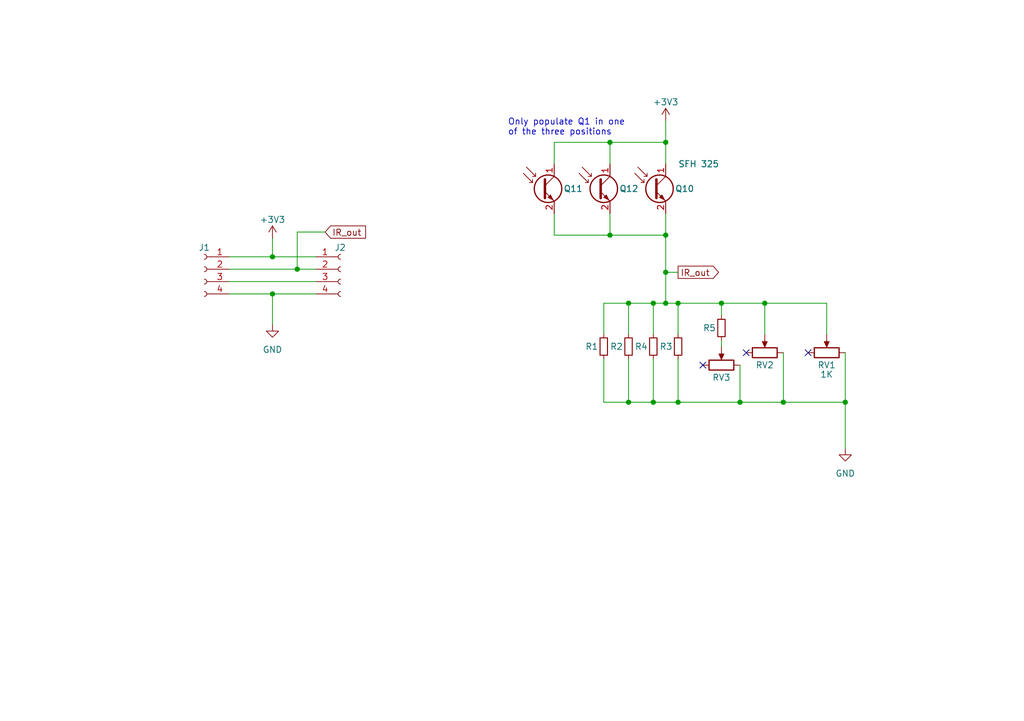
<source format=kicad_sch>
(kicad_sch (version 20211123) (generator eeschema)

  (uuid 86ac5166-e26f-402d-9443-ff38d15a2f1a)

  (paper "A5")

  (title_block
    (title "Oreo IR Board")
    (rev "1.0")
  )

  (lib_symbols
    (symbol "Connector:Conn_01x04_Female" (pin_names (offset 1.016) hide) (in_bom yes) (on_board yes)
      (property "Reference" "J" (id 0) (at 0 5.08 0)
        (effects (font (size 1.27 1.27)))
      )
      (property "Value" "Conn_01x04_Female" (id 1) (at 0 -7.62 0)
        (effects (font (size 1.27 1.27)))
      )
      (property "Footprint" "" (id 2) (at 0 0 0)
        (effects (font (size 1.27 1.27)) hide)
      )
      (property "Datasheet" "~" (id 3) (at 0 0 0)
        (effects (font (size 1.27 1.27)) hide)
      )
      (property "ki_keywords" "connector" (id 4) (at 0 0 0)
        (effects (font (size 1.27 1.27)) hide)
      )
      (property "ki_description" "Generic connector, single row, 01x04, script generated (kicad-library-utils/schlib/autogen/connector/)" (id 5) (at 0 0 0)
        (effects (font (size 1.27 1.27)) hide)
      )
      (property "ki_fp_filters" "Connector*:*_1x??_*" (id 6) (at 0 0 0)
        (effects (font (size 1.27 1.27)) hide)
      )
      (symbol "Conn_01x04_Female_1_1"
        (arc (start 0 -4.572) (mid -0.508 -5.08) (end 0 -5.588)
          (stroke (width 0.1524) (type default) (color 0 0 0 0))
          (fill (type none))
        )
        (arc (start 0 -2.032) (mid -0.508 -2.54) (end 0 -3.048)
          (stroke (width 0.1524) (type default) (color 0 0 0 0))
          (fill (type none))
        )
        (polyline
          (pts
            (xy -1.27 -5.08)
            (xy -0.508 -5.08)
          )
          (stroke (width 0.1524) (type default) (color 0 0 0 0))
          (fill (type none))
        )
        (polyline
          (pts
            (xy -1.27 -2.54)
            (xy -0.508 -2.54)
          )
          (stroke (width 0.1524) (type default) (color 0 0 0 0))
          (fill (type none))
        )
        (polyline
          (pts
            (xy -1.27 0)
            (xy -0.508 0)
          )
          (stroke (width 0.1524) (type default) (color 0 0 0 0))
          (fill (type none))
        )
        (polyline
          (pts
            (xy -1.27 2.54)
            (xy -0.508 2.54)
          )
          (stroke (width 0.1524) (type default) (color 0 0 0 0))
          (fill (type none))
        )
        (arc (start 0 0.508) (mid -0.508 0) (end 0 -0.508)
          (stroke (width 0.1524) (type default) (color 0 0 0 0))
          (fill (type none))
        )
        (arc (start 0 3.048) (mid -0.508 2.54) (end 0 2.032)
          (stroke (width 0.1524) (type default) (color 0 0 0 0))
          (fill (type none))
        )
        (pin passive line (at -5.08 2.54 0) (length 3.81)
          (name "Pin_1" (effects (font (size 1.27 1.27))))
          (number "1" (effects (font (size 1.27 1.27))))
        )
        (pin passive line (at -5.08 0 0) (length 3.81)
          (name "Pin_2" (effects (font (size 1.27 1.27))))
          (number "2" (effects (font (size 1.27 1.27))))
        )
        (pin passive line (at -5.08 -2.54 0) (length 3.81)
          (name "Pin_3" (effects (font (size 1.27 1.27))))
          (number "3" (effects (font (size 1.27 1.27))))
        )
        (pin passive line (at -5.08 -5.08 0) (length 3.81)
          (name "Pin_4" (effects (font (size 1.27 1.27))))
          (number "4" (effects (font (size 1.27 1.27))))
        )
      )
    )
    (symbol "Device:Q_Photo_NPN" (pin_names (offset 0) hide) (in_bom yes) (on_board yes)
      (property "Reference" "Q" (id 0) (at 5.08 1.27 0)
        (effects (font (size 1.27 1.27)) (justify left))
      )
      (property "Value" "Q_Photo_NPN" (id 1) (at 5.08 -1.27 0)
        (effects (font (size 1.27 1.27)) (justify left))
      )
      (property "Footprint" "" (id 2) (at 5.08 2.54 0)
        (effects (font (size 1.27 1.27)) hide)
      )
      (property "Datasheet" "~" (id 3) (at 0 0 0)
        (effects (font (size 1.27 1.27)) hide)
      )
      (property "ki_keywords" "phototransistor NPN" (id 4) (at 0 0 0)
        (effects (font (size 1.27 1.27)) hide)
      )
      (property "ki_description" "NPN phototransistor, collector/emitter" (id 5) (at 0 0 0)
        (effects (font (size 1.27 1.27)) hide)
      )
      (symbol "Q_Photo_NPN_0_1"
        (polyline
          (pts
            (xy -1.905 1.27)
            (xy -2.54 1.27)
          )
          (stroke (width 0) (type default) (color 0 0 0 0))
          (fill (type none))
        )
        (polyline
          (pts
            (xy -1.27 2.54)
            (xy -1.905 2.54)
          )
          (stroke (width 0) (type default) (color 0 0 0 0))
          (fill (type none))
        )
        (polyline
          (pts
            (xy 0.635 0.635)
            (xy 2.54 2.54)
          )
          (stroke (width 0) (type default) (color 0 0 0 0))
          (fill (type none))
        )
        (polyline
          (pts
            (xy -3.81 3.175)
            (xy -1.905 1.27)
            (xy -1.905 1.905)
          )
          (stroke (width 0) (type default) (color 0 0 0 0))
          (fill (type none))
        )
        (polyline
          (pts
            (xy -3.175 4.445)
            (xy -1.27 2.54)
            (xy -1.27 3.175)
          )
          (stroke (width 0) (type default) (color 0 0 0 0))
          (fill (type none))
        )
        (polyline
          (pts
            (xy 0.635 -0.635)
            (xy 2.54 -2.54)
            (xy 2.54 -2.54)
          )
          (stroke (width 0) (type default) (color 0 0 0 0))
          (fill (type none))
        )
        (polyline
          (pts
            (xy 0.635 1.905)
            (xy 0.635 -1.905)
            (xy 0.635 -1.905)
          )
          (stroke (width 0.508) (type default) (color 0 0 0 0))
          (fill (type none))
        )
        (polyline
          (pts
            (xy 1.27 -1.778)
            (xy 1.778 -1.27)
            (xy 2.286 -2.286)
            (xy 1.27 -1.778)
            (xy 1.27 -1.778)
          )
          (stroke (width 0) (type default) (color 0 0 0 0))
          (fill (type outline))
        )
        (circle (center 1.27 0) (radius 2.8194)
          (stroke (width 0.254) (type default) (color 0 0 0 0))
          (fill (type none))
        )
      )
      (symbol "Q_Photo_NPN_1_1"
        (pin passive line (at 2.54 5.08 270) (length 2.54)
          (name "C" (effects (font (size 1.27 1.27))))
          (number "1" (effects (font (size 1.27 1.27))))
        )
        (pin passive line (at 2.54 -5.08 90) (length 2.54)
          (name "E" (effects (font (size 1.27 1.27))))
          (number "2" (effects (font (size 1.27 1.27))))
        )
      )
    )
    (symbol "Device:R_Potentiometer" (pin_numbers hide) (pin_names (offset 1.016) hide) (in_bom yes) (on_board yes)
      (property "Reference" "RV" (id 0) (at -4.445 0 90)
        (effects (font (size 1.27 1.27)))
      )
      (property "Value" "R_Potentiometer" (id 1) (at -2.54 0 90)
        (effects (font (size 1.27 1.27)))
      )
      (property "Footprint" "" (id 2) (at 0 0 0)
        (effects (font (size 1.27 1.27)) hide)
      )
      (property "Datasheet" "~" (id 3) (at 0 0 0)
        (effects (font (size 1.27 1.27)) hide)
      )
      (property "ki_keywords" "resistor variable" (id 4) (at 0 0 0)
        (effects (font (size 1.27 1.27)) hide)
      )
      (property "ki_description" "Potentiometer" (id 5) (at 0 0 0)
        (effects (font (size 1.27 1.27)) hide)
      )
      (property "ki_fp_filters" "Potentiometer*" (id 6) (at 0 0 0)
        (effects (font (size 1.27 1.27)) hide)
      )
      (symbol "R_Potentiometer_0_1"
        (polyline
          (pts
            (xy 2.54 0)
            (xy 1.524 0)
          )
          (stroke (width 0) (type default) (color 0 0 0 0))
          (fill (type none))
        )
        (polyline
          (pts
            (xy 1.143 0)
            (xy 2.286 0.508)
            (xy 2.286 -0.508)
            (xy 1.143 0)
          )
          (stroke (width 0) (type default) (color 0 0 0 0))
          (fill (type outline))
        )
        (rectangle (start 1.016 2.54) (end -1.016 -2.54)
          (stroke (width 0.254) (type default) (color 0 0 0 0))
          (fill (type none))
        )
      )
      (symbol "R_Potentiometer_1_1"
        (pin passive line (at 0 3.81 270) (length 1.27)
          (name "1" (effects (font (size 1.27 1.27))))
          (number "1" (effects (font (size 1.27 1.27))))
        )
        (pin passive line (at 3.81 0 180) (length 1.27)
          (name "2" (effects (font (size 1.27 1.27))))
          (number "2" (effects (font (size 1.27 1.27))))
        )
        (pin passive line (at 0 -3.81 90) (length 1.27)
          (name "3" (effects (font (size 1.27 1.27))))
          (number "3" (effects (font (size 1.27 1.27))))
        )
      )
    )
    (symbol "Device:R_Small" (pin_numbers hide) (pin_names (offset 0.254) hide) (in_bom yes) (on_board yes)
      (property "Reference" "R" (id 0) (at 0.762 0.508 0)
        (effects (font (size 1.27 1.27)) (justify left))
      )
      (property "Value" "R_Small" (id 1) (at 0.762 -1.016 0)
        (effects (font (size 1.27 1.27)) (justify left))
      )
      (property "Footprint" "" (id 2) (at 0 0 0)
        (effects (font (size 1.27 1.27)) hide)
      )
      (property "Datasheet" "~" (id 3) (at 0 0 0)
        (effects (font (size 1.27 1.27)) hide)
      )
      (property "ki_keywords" "R resistor" (id 4) (at 0 0 0)
        (effects (font (size 1.27 1.27)) hide)
      )
      (property "ki_description" "Resistor, small symbol" (id 5) (at 0 0 0)
        (effects (font (size 1.27 1.27)) hide)
      )
      (property "ki_fp_filters" "R_*" (id 6) (at 0 0 0)
        (effects (font (size 1.27 1.27)) hide)
      )
      (symbol "R_Small_0_1"
        (rectangle (start -0.762 1.778) (end 0.762 -1.778)
          (stroke (width 0.2032) (type default) (color 0 0 0 0))
          (fill (type none))
        )
      )
      (symbol "R_Small_1_1"
        (pin passive line (at 0 2.54 270) (length 0.762)
          (name "~" (effects (font (size 1.27 1.27))))
          (number "1" (effects (font (size 1.27 1.27))))
        )
        (pin passive line (at 0 -2.54 90) (length 0.762)
          (name "~" (effects (font (size 1.27 1.27))))
          (number "2" (effects (font (size 1.27 1.27))))
        )
      )
    )
    (symbol "power:+3.3V" (power) (pin_names (offset 0)) (in_bom yes) (on_board yes)
      (property "Reference" "#PWR" (id 0) (at 0 -3.81 0)
        (effects (font (size 1.27 1.27)) hide)
      )
      (property "Value" "+3.3V" (id 1) (at 0 3.556 0)
        (effects (font (size 1.27 1.27)))
      )
      (property "Footprint" "" (id 2) (at 0 0 0)
        (effects (font (size 1.27 1.27)) hide)
      )
      (property "Datasheet" "" (id 3) (at 0 0 0)
        (effects (font (size 1.27 1.27)) hide)
      )
      (property "ki_keywords" "power-flag" (id 4) (at 0 0 0)
        (effects (font (size 1.27 1.27)) hide)
      )
      (property "ki_description" "Power symbol creates a global label with name \"+3.3V\"" (id 5) (at 0 0 0)
        (effects (font (size 1.27 1.27)) hide)
      )
      (symbol "+3.3V_0_1"
        (polyline
          (pts
            (xy -0.762 1.27)
            (xy 0 2.54)
          )
          (stroke (width 0) (type default) (color 0 0 0 0))
          (fill (type none))
        )
        (polyline
          (pts
            (xy 0 0)
            (xy 0 2.54)
          )
          (stroke (width 0) (type default) (color 0 0 0 0))
          (fill (type none))
        )
        (polyline
          (pts
            (xy 0 2.54)
            (xy 0.762 1.27)
          )
          (stroke (width 0) (type default) (color 0 0 0 0))
          (fill (type none))
        )
      )
      (symbol "+3.3V_1_1"
        (pin power_in line (at 0 0 90) (length 0) hide
          (name "+3V3" (effects (font (size 1.27 1.27))))
          (number "1" (effects (font (size 1.27 1.27))))
        )
      )
    )
    (symbol "power:GND" (power) (pin_names (offset 0)) (in_bom yes) (on_board yes)
      (property "Reference" "#PWR" (id 0) (at 0 -6.35 0)
        (effects (font (size 1.27 1.27)) hide)
      )
      (property "Value" "GND" (id 1) (at 0 -3.81 0)
        (effects (font (size 1.27 1.27)))
      )
      (property "Footprint" "" (id 2) (at 0 0 0)
        (effects (font (size 1.27 1.27)) hide)
      )
      (property "Datasheet" "" (id 3) (at 0 0 0)
        (effects (font (size 1.27 1.27)) hide)
      )
      (property "ki_keywords" "power-flag" (id 4) (at 0 0 0)
        (effects (font (size 1.27 1.27)) hide)
      )
      (property "ki_description" "Power symbol creates a global label with name \"GND\" , ground" (id 5) (at 0 0 0)
        (effects (font (size 1.27 1.27)) hide)
      )
      (symbol "GND_0_1"
        (polyline
          (pts
            (xy 0 0)
            (xy 0 -1.27)
            (xy 1.27 -1.27)
            (xy 0 -2.54)
            (xy -1.27 -1.27)
            (xy 0 -1.27)
          )
          (stroke (width 0) (type default) (color 0 0 0 0))
          (fill (type none))
        )
      )
      (symbol "GND_1_1"
        (pin power_in line (at 0 0 270) (length 0) hide
          (name "GND" (effects (font (size 1.27 1.27))))
          (number "1" (effects (font (size 1.27 1.27))))
        )
      )
    )
  )

  (junction (at 128.905 62.23) (diameter 0) (color 0 0 0 0)
    (uuid 1bee17a6-d919-4de1-9805-1838606a1450)
  )
  (junction (at 133.985 82.55) (diameter 0) (color 0 0 0 0)
    (uuid 260ca453-3c0e-4a97-b9e5-413245f213f4)
  )
  (junction (at 125.095 29.21) (diameter 0) (color 0 0 0 0)
    (uuid 3b43b866-4a05-46f2-bbc0-58c97de237c7)
  )
  (junction (at 128.905 82.55) (diameter 0) (color 0 0 0 0)
    (uuid 43ed7043-c619-47e4-8f06-98970618aae9)
  )
  (junction (at 60.96 55.245) (diameter 0) (color 0 0 0 0)
    (uuid 4678b588-5540-4cb3-b1a7-9eb3775cb836)
  )
  (junction (at 133.985 62.23) (diameter 0) (color 0 0 0 0)
    (uuid 4d169d15-648c-4ac5-bb2d-285e5a2409bd)
  )
  (junction (at 139.065 82.55) (diameter 0) (color 0 0 0 0)
    (uuid 6054ac14-44f5-4be8-82e8-c9331eadf060)
  )
  (junction (at 151.765 82.55) (diameter 0) (color 0 0 0 0)
    (uuid 87f668e3-fb81-409c-919b-c57271956b1a)
  )
  (junction (at 55.88 52.705) (diameter 0) (color 0 0 0 0)
    (uuid 95e70f9f-da28-4573-abc1-7587c00a9a25)
  )
  (junction (at 139.065 62.23) (diameter 0) (color 0 0 0 0)
    (uuid 9c01a53a-cdeb-4741-8e54-1d4f6e34dd47)
  )
  (junction (at 136.525 29.21) (diameter 0) (color 0 0 0 0)
    (uuid a14065c4-a892-4945-b817-602802cfc4f7)
  )
  (junction (at 55.88 60.325) (diameter 0) (color 0 0 0 0)
    (uuid a29d1c6a-3bc8-4977-8869-2ff3506dceb3)
  )
  (junction (at 147.955 62.23) (diameter 0) (color 0 0 0 0)
    (uuid a8c38664-435a-4b6e-af70-4b0174f29454)
  )
  (junction (at 136.525 55.88) (diameter 0) (color 0 0 0 0)
    (uuid ac56cb91-2390-4a2b-9f88-2c48c8812754)
  )
  (junction (at 160.655 82.55) (diameter 0) (color 0 0 0 0)
    (uuid b26c78b9-c465-4b6d-bb72-ce4d0674cd62)
  )
  (junction (at 136.525 62.23) (diameter 0) (color 0 0 0 0)
    (uuid b33c6f7d-7a44-47e8-a2b2-480825f4d620)
  )
  (junction (at 125.095 48.26) (diameter 0) (color 0 0 0 0)
    (uuid e7224fd7-d3bc-4702-917f-8db04aeca287)
  )
  (junction (at 173.355 82.55) (diameter 0) (color 0 0 0 0)
    (uuid eff1beb6-ca59-46cc-9d85-4e1f2ebbb9f3)
  )
  (junction (at 156.845 62.23) (diameter 0) (color 0 0 0 0)
    (uuid ff2b0faf-071d-4327-9e38-4ad9223d4a6a)
  )
  (junction (at 136.525 48.26) (diameter 0) (color 0 0 0 0)
    (uuid ff2d12c8-d2a2-41bb-b346-8a6e6b595f34)
  )

  (no_connect (at 144.145 74.93) (uuid 0b89c275-2c71-4528-858a-d32c8312e920))
  (no_connect (at 153.035 72.39) (uuid 61809919-3620-4e4c-bc6e-217eb25a4dc1))
  (no_connect (at 165.735 72.39) (uuid fd5d6af8-0cc9-4c2a-8d67-6ef13d67239f))

  (wire (pts (xy 113.665 29.21) (xy 125.095 29.21))
    (stroke (width 0) (type default) (color 0 0 0 0))
    (uuid 00f61a83-506e-4f76-9a02-2dd913f6962f)
  )
  (wire (pts (xy 123.825 73.66) (xy 123.825 82.55))
    (stroke (width 0) (type default) (color 0 0 0 0))
    (uuid 04e85d84-2570-4528-90bc-83db0d4de14b)
  )
  (wire (pts (xy 46.99 57.785) (xy 64.77 57.785))
    (stroke (width 0) (type default) (color 0 0 0 0))
    (uuid 0612790a-9cef-4897-9eec-62b69c4bde05)
  )
  (wire (pts (xy 160.655 72.39) (xy 160.655 82.55))
    (stroke (width 0) (type default) (color 0 0 0 0))
    (uuid 103fb8a2-2f44-4c5b-9351-ce0d32aba28f)
  )
  (wire (pts (xy 133.985 62.23) (xy 133.985 68.58))
    (stroke (width 0) (type default) (color 0 0 0 0))
    (uuid 127123e6-908e-4a84-8b4f-84d4a563fcb1)
  )
  (wire (pts (xy 123.825 68.58) (xy 123.825 62.23))
    (stroke (width 0) (type default) (color 0 0 0 0))
    (uuid 13e3662e-cd9c-459c-ab1a-8f78cf1ba926)
  )
  (wire (pts (xy 128.905 62.23) (xy 128.905 68.58))
    (stroke (width 0) (type default) (color 0 0 0 0))
    (uuid 16d6dac5-a9d3-4625-9a8f-e5932edfdcde)
  )
  (wire (pts (xy 139.065 68.58) (xy 139.065 62.23))
    (stroke (width 0) (type default) (color 0 0 0 0))
    (uuid 16d97522-8a3c-4a53-97b3-c64931bc1d8a)
  )
  (wire (pts (xy 113.665 48.26) (xy 125.095 48.26))
    (stroke (width 0) (type default) (color 0 0 0 0))
    (uuid 16f22baf-2052-4da2-9953-a5bf7b792b31)
  )
  (wire (pts (xy 123.825 62.23) (xy 128.905 62.23))
    (stroke (width 0) (type default) (color 0 0 0 0))
    (uuid 1a7053b6-5990-4362-ba3d-eba166ab3615)
  )
  (wire (pts (xy 156.845 62.23) (xy 156.845 68.58))
    (stroke (width 0) (type default) (color 0 0 0 0))
    (uuid 1d2dd4a0-4e20-49f3-87b6-82f2795717e9)
  )
  (wire (pts (xy 125.095 29.21) (xy 125.095 33.655))
    (stroke (width 0) (type default) (color 0 0 0 0))
    (uuid 1e6fbffe-7d9e-4b47-a91b-ad8de8d024ed)
  )
  (wire (pts (xy 113.665 29.21) (xy 113.665 33.655))
    (stroke (width 0) (type default) (color 0 0 0 0))
    (uuid 1fbaffaa-ff53-43f8-892f-de64762b89db)
  )
  (wire (pts (xy 133.985 73.66) (xy 133.985 82.55))
    (stroke (width 0) (type default) (color 0 0 0 0))
    (uuid 2c01a202-e159-4411-a9b3-e9cedd5ce158)
  )
  (wire (pts (xy 46.99 60.325) (xy 55.88 60.325))
    (stroke (width 0) (type default) (color 0 0 0 0))
    (uuid 322ead90-3d31-4516-a8ea-dc165f498274)
  )
  (wire (pts (xy 55.88 52.705) (xy 64.77 52.705))
    (stroke (width 0) (type default) (color 0 0 0 0))
    (uuid 357f7e0d-cccc-467d-be83-0c0b2ae3ceb7)
  )
  (wire (pts (xy 139.065 62.23) (xy 147.955 62.23))
    (stroke (width 0) (type default) (color 0 0 0 0))
    (uuid 35d1cf99-7e0a-403c-9a4e-2367eee4b359)
  )
  (wire (pts (xy 151.765 74.93) (xy 151.765 82.55))
    (stroke (width 0) (type default) (color 0 0 0 0))
    (uuid 3fd9e9fe-0ea0-45fc-9064-4f13f6ce8e54)
  )
  (wire (pts (xy 125.095 48.26) (xy 136.525 48.26))
    (stroke (width 0) (type default) (color 0 0 0 0))
    (uuid 48bc6aec-2a04-4e24-8dec-3da61adb8abe)
  )
  (wire (pts (xy 55.88 60.325) (xy 64.77 60.325))
    (stroke (width 0) (type default) (color 0 0 0 0))
    (uuid 49e97902-bed2-4c2a-8eb1-6589ee50c75f)
  )
  (wire (pts (xy 136.525 48.26) (xy 136.525 55.88))
    (stroke (width 0) (type default) (color 0 0 0 0))
    (uuid 4a2c32b3-a0bb-4383-b4dd-822855fabf05)
  )
  (wire (pts (xy 136.525 43.815) (xy 136.525 48.26))
    (stroke (width 0) (type default) (color 0 0 0 0))
    (uuid 4d247f43-ee73-41eb-b350-06b7411a00ca)
  )
  (wire (pts (xy 133.985 62.23) (xy 136.525 62.23))
    (stroke (width 0) (type default) (color 0 0 0 0))
    (uuid 51e8f9cf-3ed5-436c-b8ce-4c7599098015)
  )
  (wire (pts (xy 133.985 82.55) (xy 139.065 82.55))
    (stroke (width 0) (type default) (color 0 0 0 0))
    (uuid 5c8929c3-069e-49af-9c41-e75ba5e0565a)
  )
  (wire (pts (xy 151.765 82.55) (xy 160.655 82.55))
    (stroke (width 0) (type default) (color 0 0 0 0))
    (uuid 69a3e796-6323-4f5c-868d-03e22da8560f)
  )
  (wire (pts (xy 136.525 24.765) (xy 136.525 29.21))
    (stroke (width 0) (type default) (color 0 0 0 0))
    (uuid 69d6a22c-7ad1-4564-89c2-6565e3408107)
  )
  (wire (pts (xy 125.095 29.21) (xy 136.525 29.21))
    (stroke (width 0) (type default) (color 0 0 0 0))
    (uuid 6c63d349-7875-4411-8351-72aeef8684a9)
  )
  (wire (pts (xy 136.525 55.88) (xy 139.065 55.88))
    (stroke (width 0) (type default) (color 0 0 0 0))
    (uuid 6e14dd1c-324c-40b5-8ea1-8c927b5e055c)
  )
  (wire (pts (xy 113.665 43.815) (xy 113.665 48.26))
    (stroke (width 0) (type default) (color 0 0 0 0))
    (uuid 7f06b135-068b-443e-ac29-b19e863651f1)
  )
  (wire (pts (xy 46.99 55.245) (xy 60.96 55.245))
    (stroke (width 0) (type default) (color 0 0 0 0))
    (uuid 7f0b60a9-a0bc-493f-864c-9652fc01d82f)
  )
  (wire (pts (xy 55.88 52.705) (xy 55.88 48.895))
    (stroke (width 0) (type default) (color 0 0 0 0))
    (uuid 8e54f28d-1220-4620-bc16-df34281c0ba1)
  )
  (wire (pts (xy 147.955 62.23) (xy 156.845 62.23))
    (stroke (width 0) (type default) (color 0 0 0 0))
    (uuid a6f15b0f-4675-4555-abeb-6b3685a46919)
  )
  (wire (pts (xy 147.955 69.85) (xy 147.955 71.12))
    (stroke (width 0) (type default) (color 0 0 0 0))
    (uuid b6ced50d-d35a-4073-93cb-621fbad9f400)
  )
  (wire (pts (xy 160.655 82.55) (xy 173.355 82.55))
    (stroke (width 0) (type default) (color 0 0 0 0))
    (uuid b92a5c1a-f590-457d-b73b-fae2c2cb57ec)
  )
  (wire (pts (xy 136.525 62.23) (xy 139.065 62.23))
    (stroke (width 0) (type default) (color 0 0 0 0))
    (uuid b9d714dd-1b64-4613-b85c-f20ac928a5b4)
  )
  (wire (pts (xy 60.96 47.625) (xy 60.96 55.245))
    (stroke (width 0) (type default) (color 0 0 0 0))
    (uuid ba567d66-8061-4898-9d4a-d6843f0b2a38)
  )
  (wire (pts (xy 169.545 62.23) (xy 156.845 62.23))
    (stroke (width 0) (type default) (color 0 0 0 0))
    (uuid ba66f6d9-b93d-4112-97f1-52b5d8d29c62)
  )
  (wire (pts (xy 173.355 72.39) (xy 173.355 82.55))
    (stroke (width 0) (type default) (color 0 0 0 0))
    (uuid c14f234b-340c-4de4-abf2-eda78beaddc9)
  )
  (wire (pts (xy 128.905 82.55) (xy 133.985 82.55))
    (stroke (width 0) (type default) (color 0 0 0 0))
    (uuid c3d0a892-6e4c-46ef-ab0f-a9b81be8723c)
  )
  (wire (pts (xy 147.955 62.23) (xy 147.955 64.77))
    (stroke (width 0) (type default) (color 0 0 0 0))
    (uuid d049cab5-0663-4d4c-9ff8-1b02db300db0)
  )
  (wire (pts (xy 136.525 55.88) (xy 136.525 62.23))
    (stroke (width 0) (type default) (color 0 0 0 0))
    (uuid d230edb6-3c92-496e-96d7-7bd2bd19b9f9)
  )
  (wire (pts (xy 169.545 68.58) (xy 169.545 62.23))
    (stroke (width 0) (type default) (color 0 0 0 0))
    (uuid d3aeebb6-825a-4717-b2e0-6d62a8516973)
  )
  (wire (pts (xy 173.355 82.55) (xy 173.355 92.075))
    (stroke (width 0) (type default) (color 0 0 0 0))
    (uuid d3f06d80-49ec-404e-a0ff-dbea7e171ccb)
  )
  (wire (pts (xy 125.095 43.815) (xy 125.095 48.26))
    (stroke (width 0) (type default) (color 0 0 0 0))
    (uuid d4ce8094-0da2-4060-a83f-a9245a8d9b75)
  )
  (wire (pts (xy 60.96 55.245) (xy 64.77 55.245))
    (stroke (width 0) (type default) (color 0 0 0 0))
    (uuid d9bcf73a-6907-41d6-bc49-30874240800d)
  )
  (wire (pts (xy 123.825 82.55) (xy 128.905 82.55))
    (stroke (width 0) (type default) (color 0 0 0 0))
    (uuid e2799446-408c-4228-8e2f-c73b73cb3115)
  )
  (wire (pts (xy 139.065 82.55) (xy 151.765 82.55))
    (stroke (width 0) (type default) (color 0 0 0 0))
    (uuid e3ad7278-64bc-4e99-946d-dbb84ccd710a)
  )
  (wire (pts (xy 66.675 47.625) (xy 60.96 47.625))
    (stroke (width 0) (type default) (color 0 0 0 0))
    (uuid e766c84a-8555-4d1d-9589-c2ea55408e4b)
  )
  (wire (pts (xy 136.525 29.21) (xy 136.525 33.655))
    (stroke (width 0) (type default) (color 0 0 0 0))
    (uuid e96e4d17-3ccf-4c90-a56f-b8008920ec47)
  )
  (wire (pts (xy 128.905 73.66) (xy 128.905 82.55))
    (stroke (width 0) (type default) (color 0 0 0 0))
    (uuid ea8ff9d7-6b59-45cf-8393-464690b693ff)
  )
  (wire (pts (xy 139.065 73.66) (xy 139.065 82.55))
    (stroke (width 0) (type default) (color 0 0 0 0))
    (uuid f0af3228-5f14-434c-99f8-a334aecd08a8)
  )
  (wire (pts (xy 46.99 52.705) (xy 55.88 52.705))
    (stroke (width 0) (type default) (color 0 0 0 0))
    (uuid f2e858b1-8058-43ab-99e0-f50d0c1a85e3)
  )
  (wire (pts (xy 55.88 60.325) (xy 55.88 66.675))
    (stroke (width 0) (type default) (color 0 0 0 0))
    (uuid f951867c-f056-4810-b4c0-1221ddf7f201)
  )
  (wire (pts (xy 128.905 62.23) (xy 133.985 62.23))
    (stroke (width 0) (type default) (color 0 0 0 0))
    (uuid fe25aa6c-e6c1-4002-9127-00a1a2383508)
  )

  (text "Only populate Q1 in one \nof the three positions" (at 104.14 27.94 0)
    (effects (font (size 1.27 1.27)) (justify left bottom))
    (uuid d1120973-2f6c-42c7-ace6-ceea213fdd0e)
  )

  (global_label "IR_out" (shape input) (at 66.675 47.625 0) (fields_autoplaced)
    (effects (font (size 1.27 1.27)) (justify left))
    (uuid 0ba13202-200a-4c17-9667-f2114920c093)
    (property "Intersheet References" "${INTERSHEET_REFS}" (id 0) (at 74.9543 47.5456 0)
      (effects (font (size 1.27 1.27)) (justify left) hide)
    )
  )
  (global_label "IR_out" (shape output) (at 139.065 55.88 0) (fields_autoplaced)
    (effects (font (size 1.27 1.27)) (justify left))
    (uuid 6ee270ce-44e5-4c4e-9f79-d6dc7d4b40b5)
    (property "Intersheet References" "${INTERSHEET_REFS}" (id 0) (at 147.3443 55.8006 0)
      (effects (font (size 1.27 1.27)) (justify left) hide)
    )
  )

  (symbol (lib_id "Device:Q_Photo_NPN") (at 111.125 38.735 0) (unit 1)
    (in_bom yes) (on_board yes)
    (uuid 1fa8acad-5b39-4ca7-94d3-267db7dae6a2)
    (property "Reference" "Q11" (id 0) (at 115.57 38.735 0)
      (effects (font (size 1.27 1.27)) (justify left))
    )
    (property "Value" "SFH 325" (id 1) (at 116.205 40.005 0)
      (effects (font (size 1.27 1.27)) (justify left) hide)
    )
    (property "Footprint" "KiCad:SFH325FA34Z" (id 2) (at 116.205 36.195 0)
      (effects (font (size 1.27 1.27)) hide)
    )
    (property "Datasheet" "~" (id 3) (at 111.125 38.735 0)
      (effects (font (size 1.27 1.27)) hide)
    )
    (pin "1" (uuid aefbeeb8-ce91-4751-8dfe-bc1dbe3a1680))
    (pin "2" (uuid 08c86b22-11de-4264-b064-9660399e85cd))
  )

  (symbol (lib_id "Connector:Conn_01x04_Female") (at 41.91 55.245 0) (mirror y) (unit 1)
    (in_bom no) (on_board yes)
    (uuid 34d3ca8b-1231-4514-83e8-f202a545602e)
    (property "Reference" "J1" (id 0) (at 41.91 50.8 0))
    (property "Value" "Conn_01x04_Female" (id 1) (at 41.91 62.23 0)
      (effects (font (size 1.27 1.27)) hide)
    )
    (property "Footprint" "Connector_PinHeader_2.54mm:PinHeader_1x04_P2.54mm_Vertical" (id 2) (at 41.91 55.245 0)
      (effects (font (size 1.27 1.27)) hide)
    )
    (property "Datasheet" "~" (id 3) (at 41.91 55.245 0)
      (effects (font (size 1.27 1.27)) hide)
    )
    (pin "1" (uuid 49a7ded3-128d-4d45-be1d-f1eb5bbc90b6))
    (pin "2" (uuid 56904862-fb2e-42eb-b74a-dda9d7ef32bc))
    (pin "3" (uuid a0d37dbc-4862-47ce-959a-b034e0f3e33a))
    (pin "4" (uuid 59fa8cd3-679e-40de-aa7a-6c71c90a5051))
  )

  (symbol (lib_id "Device:R_Potentiometer") (at 169.545 72.39 90) (unit 1)
    (in_bom yes) (on_board yes)
    (uuid 3c469815-f550-42e9-ae8d-33889c070250)
    (property "Reference" "RV1" (id 0) (at 169.545 74.93 90))
    (property "Value" "1K" (id 1) (at 169.545 76.835 90))
    (property "Footprint" "KiCad:Potentiometer_Bourns_TC42_Horizontal" (id 2) (at 169.545 72.39 0)
      (effects (font (size 1.27 1.27)) hide)
    )
    (property "Datasheet" "~" (id 3) (at 169.545 72.39 0)
      (effects (font (size 1.27 1.27)) hide)
    )
    (property "Product #" "TC-42X-2-102E" (id 4) (at 169.545 72.39 90)
      (effects (font (size 1.27 1.27)) hide)
    )
    (pin "1" (uuid c3a2eba1-d4b3-498b-8c2f-b828d8e3e58e))
    (pin "2" (uuid 4140ed67-220d-4880-86dd-842b6026b227))
    (pin "3" (uuid 5f3d290a-70c9-4675-9b62-6ea664c8c29e))
  )

  (symbol (lib_id "Device:R_Small") (at 133.985 71.12 0) (unit 1)
    (in_bom yes) (on_board yes)
    (uuid 4caf6551-bfcb-46ed-8924-62d62ef58db3)
    (property "Reference" "R4" (id 0) (at 130.175 71.12 0)
      (effects (font (size 1.27 1.27)) (justify left))
    )
    (property "Value" "R_Small" (id 1) (at 135.89 72.3899 0)
      (effects (font (size 1.27 1.27)) (justify left) hide)
    )
    (property "Footprint" "Resistor_SMD:R_0805_2012Metric_Pad1.20x1.40mm_HandSolder" (id 2) (at 133.985 71.12 0)
      (effects (font (size 1.27 1.27)) hide)
    )
    (property "Datasheet" "~" (id 3) (at 133.985 71.12 0)
      (effects (font (size 1.27 1.27)) hide)
    )
    (pin "1" (uuid a6582c02-b3b4-41e2-ad67-4d2a408bc005))
    (pin "2" (uuid 6515d947-6728-491d-8a33-d6ff8bd40938))
  )

  (symbol (lib_id "Device:R_Potentiometer") (at 147.955 74.93 90) (unit 1)
    (in_bom yes) (on_board yes)
    (uuid 649fab79-bc85-445d-a07e-59f9d536384a)
    (property "Reference" "RV3" (id 0) (at 147.955 77.47 90))
    (property "Value" "1K" (id 1) (at 147.955 79.375 90)
      (effects (font (size 1.27 1.27)) hide)
    )
    (property "Footprint" "KiCad:Potentiometer_Bourns_TC42_Horizontal" (id 2) (at 147.955 74.93 0)
      (effects (font (size 1.27 1.27)) hide)
    )
    (property "Datasheet" "~" (id 3) (at 147.955 74.93 0)
      (effects (font (size 1.27 1.27)) hide)
    )
    (property "Product #" "TC-42X-2-102E" (id 4) (at 147.955 74.93 90)
      (effects (font (size 1.27 1.27)) hide)
    )
    (pin "1" (uuid 43b873ac-0c6e-42a1-9411-91387a73e1db))
    (pin "2" (uuid 48899cf8-70cb-4283-83cc-8c62038b6169))
    (pin "3" (uuid 14d3fdc1-aa95-4049-a73d-34cac2101ff1))
  )

  (symbol (lib_id "power:+3.3V") (at 136.525 24.765 0) (unit 1)
    (in_bom yes) (on_board yes)
    (uuid 79a8d363-85ec-4627-9a4d-2af1aa28e5ce)
    (property "Reference" "#PWR0102" (id 0) (at 136.525 28.575 0)
      (effects (font (size 1.27 1.27)) hide)
    )
    (property "Value" "+3.3V" (id 1) (at 136.525 20.955 0))
    (property "Footprint" "" (id 2) (at 136.525 24.765 0)
      (effects (font (size 1.27 1.27)) hide)
    )
    (property "Datasheet" "" (id 3) (at 136.525 24.765 0)
      (effects (font (size 1.27 1.27)) hide)
    )
    (pin "1" (uuid be6f5119-c367-4743-ab79-8ba32affdd94))
  )

  (symbol (lib_id "Device:R_Small") (at 128.905 71.12 0) (unit 1)
    (in_bom yes) (on_board yes)
    (uuid 8df6ea49-300b-4600-b30a-6319539d1dd7)
    (property "Reference" "R2" (id 0) (at 125.095 71.12 0)
      (effects (font (size 1.27 1.27)) (justify left))
    )
    (property "Value" "R_Small" (id 1) (at 130.81 72.3899 0)
      (effects (font (size 1.27 1.27)) (justify left) hide)
    )
    (property "Footprint" "Resistor_SMD:R_0805_2012Metric_Pad1.20x1.40mm_HandSolder" (id 2) (at 128.905 71.12 0)
      (effects (font (size 1.27 1.27)) hide)
    )
    (property "Datasheet" "~" (id 3) (at 128.905 71.12 0)
      (effects (font (size 1.27 1.27)) hide)
    )
    (pin "1" (uuid dad8533b-ced1-414c-b533-4da53a3d48c6))
    (pin "2" (uuid 736e72dd-90b3-406e-96be-a22b4abab661))
  )

  (symbol (lib_id "Device:R_Potentiometer") (at 156.845 72.39 270) (mirror x) (unit 1)
    (in_bom yes) (on_board yes)
    (uuid 8ef43252-3464-493b-8b95-06886698aca7)
    (property "Reference" "RV2" (id 0) (at 156.845 74.93 90))
    (property "Value" "1K" (id 1) (at 156.845 76.835 90)
      (effects (font (size 1.27 1.27)) hide)
    )
    (property "Footprint" "Connector_PinHeader_2.54mm:PinHeader_1x03_P2.54mm_Vertical" (id 2) (at 156.845 72.39 0)
      (effects (font (size 1.27 1.27)) hide)
    )
    (property "Datasheet" "~" (id 3) (at 156.845 72.39 0)
      (effects (font (size 1.27 1.27)) hide)
    )
    (property "Product #" "TC-42X-2-102E" (id 4) (at 156.845 72.39 90)
      (effects (font (size 1.27 1.27)) hide)
    )
    (pin "1" (uuid c4558828-d44b-424c-a950-747808e45165))
    (pin "2" (uuid 98073fbe-3062-4060-83d6-9298518e0f3b))
    (pin "3" (uuid 38131ca2-c815-4624-800f-3a37ee10fb06))
  )

  (symbol (lib_id "power:GND") (at 173.355 92.075 0) (unit 1)
    (in_bom yes) (on_board yes) (fields_autoplaced)
    (uuid 9af24197-e678-47c5-9285-42ac2034cfab)
    (property "Reference" "#PWR0103" (id 0) (at 173.355 98.425 0)
      (effects (font (size 1.27 1.27)) hide)
    )
    (property "Value" "GND" (id 1) (at 173.355 97.155 0))
    (property "Footprint" "" (id 2) (at 173.355 92.075 0)
      (effects (font (size 1.27 1.27)) hide)
    )
    (property "Datasheet" "" (id 3) (at 173.355 92.075 0)
      (effects (font (size 1.27 1.27)) hide)
    )
    (pin "1" (uuid caca11db-a0f7-4825-8ba5-7900ee494562))
  )

  (symbol (lib_id "power:+3.3V") (at 55.88 48.895 0) (unit 1)
    (in_bom yes) (on_board yes)
    (uuid b1ed4e36-d88b-423f-8af5-786e1f403e67)
    (property "Reference" "#PWR0106" (id 0) (at 55.88 52.705 0)
      (effects (font (size 1.27 1.27)) hide)
    )
    (property "Value" "+3.3V" (id 1) (at 55.88 45.085 0))
    (property "Footprint" "" (id 2) (at 55.88 48.895 0)
      (effects (font (size 1.27 1.27)) hide)
    )
    (property "Datasheet" "" (id 3) (at 55.88 48.895 0)
      (effects (font (size 1.27 1.27)) hide)
    )
    (pin "1" (uuid 626d13bb-97dc-44c0-9803-b06d96fef9fc))
  )

  (symbol (lib_id "power:GND") (at 55.88 66.675 0) (unit 1)
    (in_bom yes) (on_board yes) (fields_autoplaced)
    (uuid b6c94814-c86d-41bd-a586-2dcfb53de68b)
    (property "Reference" "#PWR0105" (id 0) (at 55.88 73.025 0)
      (effects (font (size 1.27 1.27)) hide)
    )
    (property "Value" "GND" (id 1) (at 55.88 71.755 0))
    (property "Footprint" "" (id 2) (at 55.88 66.675 0)
      (effects (font (size 1.27 1.27)) hide)
    )
    (property "Datasheet" "" (id 3) (at 55.88 66.675 0)
      (effects (font (size 1.27 1.27)) hide)
    )
    (pin "1" (uuid 58cbce50-2f68-4afd-9e46-0c3cb9d1cade))
  )

  (symbol (lib_id "Device:R_Small") (at 147.955 67.31 0) (unit 1)
    (in_bom yes) (on_board yes)
    (uuid be17a992-32c2-41cc-998b-c10b65d0cbce)
    (property "Reference" "R5" (id 0) (at 144.145 67.31 0)
      (effects (font (size 1.27 1.27)) (justify left))
    )
    (property "Value" "R_Small" (id 1) (at 149.86 68.5799 0)
      (effects (font (size 1.27 1.27)) (justify left) hide)
    )
    (property "Footprint" "Resistor_THT:R_Axial_DIN0204_L3.6mm_D1.6mm_P7.62mm_Horizontal" (id 2) (at 147.955 67.31 0)
      (effects (font (size 1.27 1.27)) hide)
    )
    (property "Datasheet" "~" (id 3) (at 147.955 67.31 0)
      (effects (font (size 1.27 1.27)) hide)
    )
    (pin "1" (uuid c6cdfa92-e9f7-47df-b543-b6d16bd55381))
    (pin "2" (uuid 2df12015-7cf3-484d-9f7f-0f62c8d2bb77))
  )

  (symbol (lib_id "Device:Q_Photo_NPN") (at 133.985 38.735 0) (unit 1)
    (in_bom yes) (on_board yes)
    (uuid c56a77eb-d1ee-48b9-9b11-7089b8c3e20c)
    (property "Reference" "Q10" (id 0) (at 138.43 38.735 0)
      (effects (font (size 1.27 1.27)) (justify left))
    )
    (property "Value" "SFH 325" (id 1) (at 139.065 33.655 0)
      (effects (font (size 1.27 1.27)) (justify left))
    )
    (property "Footprint" "KiCad:SFH325FA34Z" (id 2) (at 139.065 36.195 0)
      (effects (font (size 1.27 1.27)) hide)
    )
    (property "Datasheet" "~" (id 3) (at 133.985 38.735 0)
      (effects (font (size 1.27 1.27)) hide)
    )
    (pin "1" (uuid 2c1690a8-3d50-40e6-80d3-06a6936207b3))
    (pin "2" (uuid 3e1b40c0-78d8-4d74-9abc-ebfbbedcc663))
  )

  (symbol (lib_id "Connector:Conn_01x04_Female") (at 69.85 55.245 0) (unit 1)
    (in_bom no) (on_board yes)
    (uuid d5833851-501c-4313-9646-bf535c7f7e6e)
    (property "Reference" "J2" (id 0) (at 68.58 50.8 0)
      (effects (font (size 1.27 1.27)) (justify left))
    )
    (property "Value" "Conn_01x04_Female" (id 1) (at 71.755 57.7849 0)
      (effects (font (size 1.27 1.27)) (justify left) hide)
    )
    (property "Footprint" "Connector_PinHeader_2.54mm:PinHeader_1x04_P2.54mm_Vertical" (id 2) (at 69.85 55.245 0)
      (effects (font (size 1.27 1.27)) hide)
    )
    (property "Datasheet" "~" (id 3) (at 69.85 55.245 0)
      (effects (font (size 1.27 1.27)) hide)
    )
    (pin "1" (uuid 522c5fd5-06e6-4006-9339-ec69925d0b77))
    (pin "2" (uuid da5c50cd-ce5b-4a2b-b31a-c8df7c3cbae9))
    (pin "3" (uuid 03b3a706-7da2-46ae-a1d1-8ac97cedfed0))
    (pin "4" (uuid 14077fb5-cb9f-415b-8796-2eb8e049d627))
  )

  (symbol (lib_id "Device:R_Small") (at 123.825 71.12 0) (unit 1)
    (in_bom yes) (on_board yes)
    (uuid e01efe83-6fcd-48c3-930d-ca20f743a328)
    (property "Reference" "R1" (id 0) (at 120.015 71.12 0)
      (effects (font (size 1.27 1.27)) (justify left))
    )
    (property "Value" "R" (id 1) (at 125.73 72.3899 0)
      (effects (font (size 1.27 1.27)) (justify left) hide)
    )
    (property "Footprint" "Resistor_SMD:R_0603_1608Metric_Pad0.98x0.95mm_HandSolder" (id 2) (at 123.825 71.12 0)
      (effects (font (size 1.27 1.27)) hide)
    )
    (property "Datasheet" "~" (id 3) (at 123.825 71.12 0)
      (effects (font (size 1.27 1.27)) hide)
    )
    (pin "1" (uuid eadf8c90-ae36-46ba-90e3-39b21f8b15b7))
    (pin "2" (uuid 604d32c7-452c-4e0f-90d4-ec63f243005d))
  )

  (symbol (lib_id "Device:R_Small") (at 139.065 71.12 0) (unit 1)
    (in_bom yes) (on_board yes)
    (uuid e5a365a9-d67e-4304-8faf-8c0837b2ec2c)
    (property "Reference" "R3" (id 0) (at 135.255 71.12 0)
      (effects (font (size 1.27 1.27)) (justify left))
    )
    (property "Value" "R_Small" (id 1) (at 140.97 72.3899 0)
      (effects (font (size 1.27 1.27)) (justify left) hide)
    )
    (property "Footprint" "Resistor_THT:R_Axial_DIN0204_L3.6mm_D1.6mm_P7.62mm_Horizontal" (id 2) (at 139.065 71.12 0)
      (effects (font (size 1.27 1.27)) hide)
    )
    (property "Datasheet" "~" (id 3) (at 139.065 71.12 0)
      (effects (font (size 1.27 1.27)) hide)
    )
    (pin "1" (uuid cefea48e-196b-45bc-a47d-a8ef4421bc74))
    (pin "2" (uuid d8b153b8-e75d-4771-8df8-c4f348f2c831))
  )

  (symbol (lib_id "Device:Q_Photo_NPN") (at 122.555 38.735 0) (unit 1)
    (in_bom yes) (on_board yes)
    (uuid f547cd67-d4f5-49f0-9cc8-f62e191fe9d1)
    (property "Reference" "Q12" (id 0) (at 127 38.735 0)
      (effects (font (size 1.27 1.27)) (justify left))
    )
    (property "Value" "SFH 325" (id 1) (at 127.635 40.005 0)
      (effects (font (size 1.27 1.27)) (justify left) hide)
    )
    (property "Footprint" "KiCad:SFH325FA34Z" (id 2) (at 127.635 36.195 0)
      (effects (font (size 1.27 1.27)) hide)
    )
    (property "Datasheet" "~" (id 3) (at 122.555 38.735 0)
      (effects (font (size 1.27 1.27)) hide)
    )
    (pin "1" (uuid 4cbe62d4-374f-47d4-8de4-ea5b9ed26f07))
    (pin "2" (uuid 0c63068f-2867-46d8-8118-5b418db39aaf))
  )

  (sheet_instances
    (path "/" (page "1"))
  )

  (symbol_instances
    (path "/79a8d363-85ec-4627-9a4d-2af1aa28e5ce"
      (reference "#PWR0102") (unit 1) (value "+3.3V") (footprint "")
    )
    (path "/9af24197-e678-47c5-9285-42ac2034cfab"
      (reference "#PWR0103") (unit 1) (value "GND") (footprint "")
    )
    (path "/b6c94814-c86d-41bd-a586-2dcfb53de68b"
      (reference "#PWR0105") (unit 1) (value "GND") (footprint "")
    )
    (path "/b1ed4e36-d88b-423f-8af5-786e1f403e67"
      (reference "#PWR0106") (unit 1) (value "+3.3V") (footprint "")
    )
    (path "/34d3ca8b-1231-4514-83e8-f202a545602e"
      (reference "J1") (unit 1) (value "Conn_01x04_Female") (footprint "Connector_PinHeader_2.54mm:PinHeader_1x04_P2.54mm_Vertical")
    )
    (path "/d5833851-501c-4313-9646-bf535c7f7e6e"
      (reference "J2") (unit 1) (value "Conn_01x04_Female") (footprint "Connector_PinHeader_2.54mm:PinHeader_1x04_P2.54mm_Vertical")
    )
    (path "/c56a77eb-d1ee-48b9-9b11-7089b8c3e20c"
      (reference "Q10") (unit 1) (value "SFH 325") (footprint "KiCad:SFH325FA34Z")
    )
    (path "/1fa8acad-5b39-4ca7-94d3-267db7dae6a2"
      (reference "Q11") (unit 1) (value "SFH 325") (footprint "KiCad:SFH325FA34Z")
    )
    (path "/f547cd67-d4f5-49f0-9cc8-f62e191fe9d1"
      (reference "Q12") (unit 1) (value "SFH 325") (footprint "KiCad:SFH325FA34Z")
    )
    (path "/e01efe83-6fcd-48c3-930d-ca20f743a328"
      (reference "R1") (unit 1) (value "R") (footprint "Resistor_SMD:R_0603_1608Metric_Pad0.98x0.95mm_HandSolder")
    )
    (path "/8df6ea49-300b-4600-b30a-6319539d1dd7"
      (reference "R2") (unit 1) (value "R_Small") (footprint "Resistor_SMD:R_0805_2012Metric_Pad1.20x1.40mm_HandSolder")
    )
    (path "/e5a365a9-d67e-4304-8faf-8c0837b2ec2c"
      (reference "R3") (unit 1) (value "R_Small") (footprint "Resistor_THT:R_Axial_DIN0204_L3.6mm_D1.6mm_P7.62mm_Horizontal")
    )
    (path "/4caf6551-bfcb-46ed-8924-62d62ef58db3"
      (reference "R4") (unit 1) (value "R_Small") (footprint "Resistor_SMD:R_0805_2012Metric_Pad1.20x1.40mm_HandSolder")
    )
    (path "/be17a992-32c2-41cc-998b-c10b65d0cbce"
      (reference "R5") (unit 1) (value "R_Small") (footprint "Resistor_THT:R_Axial_DIN0204_L3.6mm_D1.6mm_P7.62mm_Horizontal")
    )
    (path "/3c469815-f550-42e9-ae8d-33889c070250"
      (reference "RV1") (unit 1) (value "1K") (footprint "KiCad:Potentiometer_Bourns_TC42_Horizontal")
    )
    (path "/8ef43252-3464-493b-8b95-06886698aca7"
      (reference "RV2") (unit 1) (value "1K") (footprint "Connector_PinHeader_2.54mm:PinHeader_1x03_P2.54mm_Vertical")
    )
    (path "/649fab79-bc85-445d-a07e-59f9d536384a"
      (reference "RV3") (unit 1) (value "1K") (footprint "KiCad:Potentiometer_Bourns_TC42_Horizontal")
    )
  )
)

</source>
